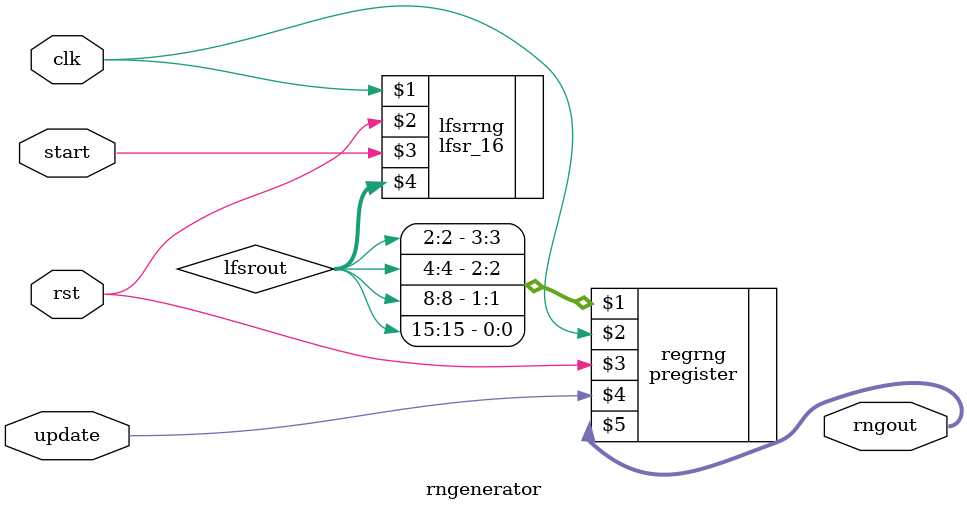
<source format=v>

module rngenerator(clk, rst, start, update, rngout);
input clk, rst, start, update;
output [3:0]rngout;
wire [15:0]lfsrout;
lfsr_16 lfsrrng(clk, rst, start, lfsrout);
pregister regrng({lfsrout[2], lfsrout[4], lfsrout[8], lfsrout[15]}, clk, rst, update, rngout);
endmodule

</source>
